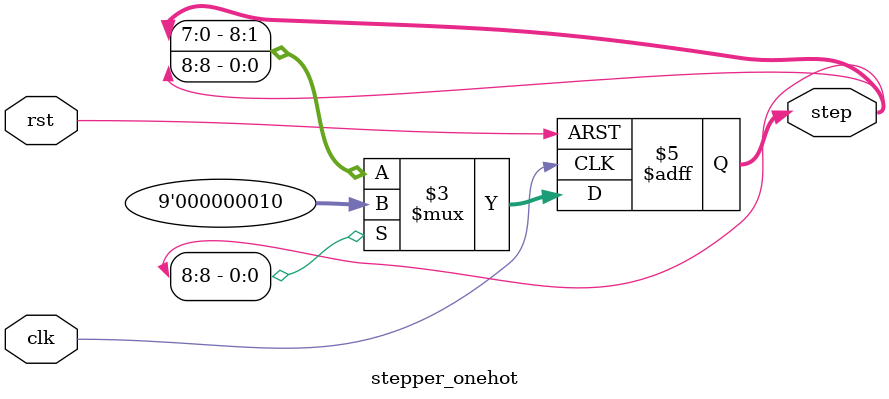
<source format=v>
`default_nettype none
`ifndef __STEPPER_ONEHOT__
`define __STEPPER_ONEHOT__

module stepper_onehot(
    input wire clk,
    input wire rst,
    output reg [8:0] step
);

    always @(posedge clk or posedge rst) begin
        if (rst)
            step <= 9'b000000001;  // Start mit LSB = 1
        else
			if (step[8])
				step <= 9'b000000010; // reset to step 1
			else
            	step <= {step[7:0], step[8]}; // rotate left
    end

endmodule

`endif
`default_nettype wire

</source>
